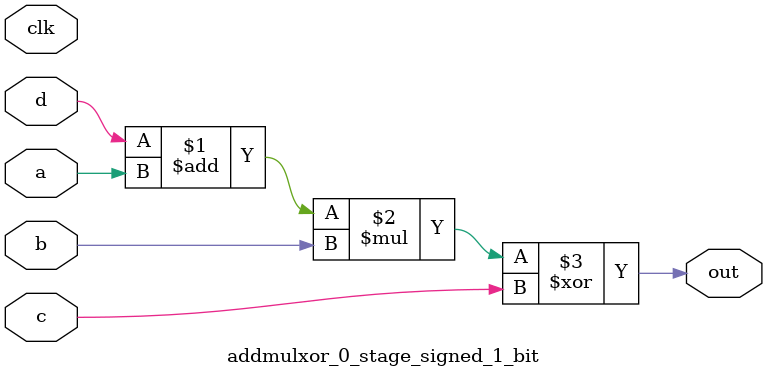
<source format=sv>
(* use_dsp = "yes" *) module addmulxor_0_stage_signed_1_bit(
	input signed [0:0] a,
	input signed [0:0] b,
	input signed [0:0] c,
	input signed [0:0] d,
	output [0:0] out,
	input clk);

	assign out = ((d + a) * b) ^ c;
endmodule

</source>
